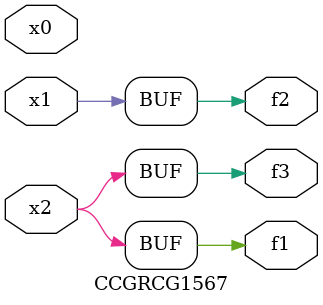
<source format=v>
module CCGRCG1567(
	input x0, x1, x2,
	output f1, f2, f3
);
	assign f1 = x2;
	assign f2 = x1;
	assign f3 = x2;
endmodule

</source>
